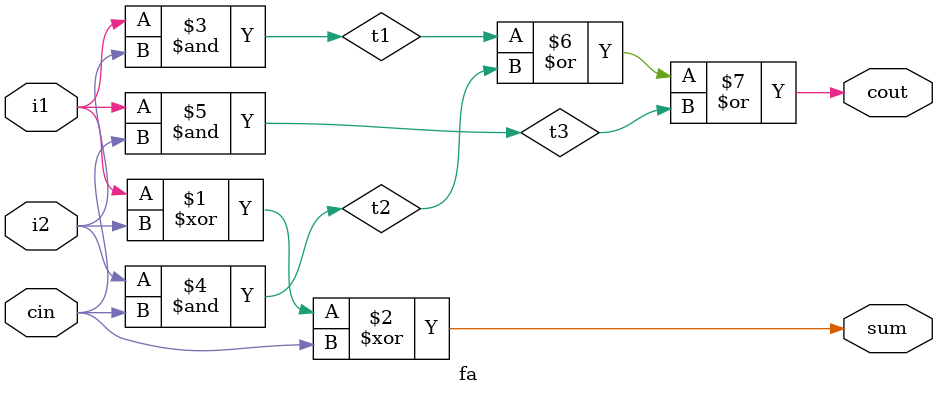
<source format=v>
module fa (sum, cout, i1, i2, cin);
	
	input i1, i2, cin;
	output sum, cout;

	wire t1, t2, t3;

	xor x1(sum, i1, i2, cin);
	and a1(t1, i1, i2);
	and a2(t2, i2, cin);
	and a3(t3, i1, cin);
	or o1(cout, t1, t2, t3);

endmodule
</source>
